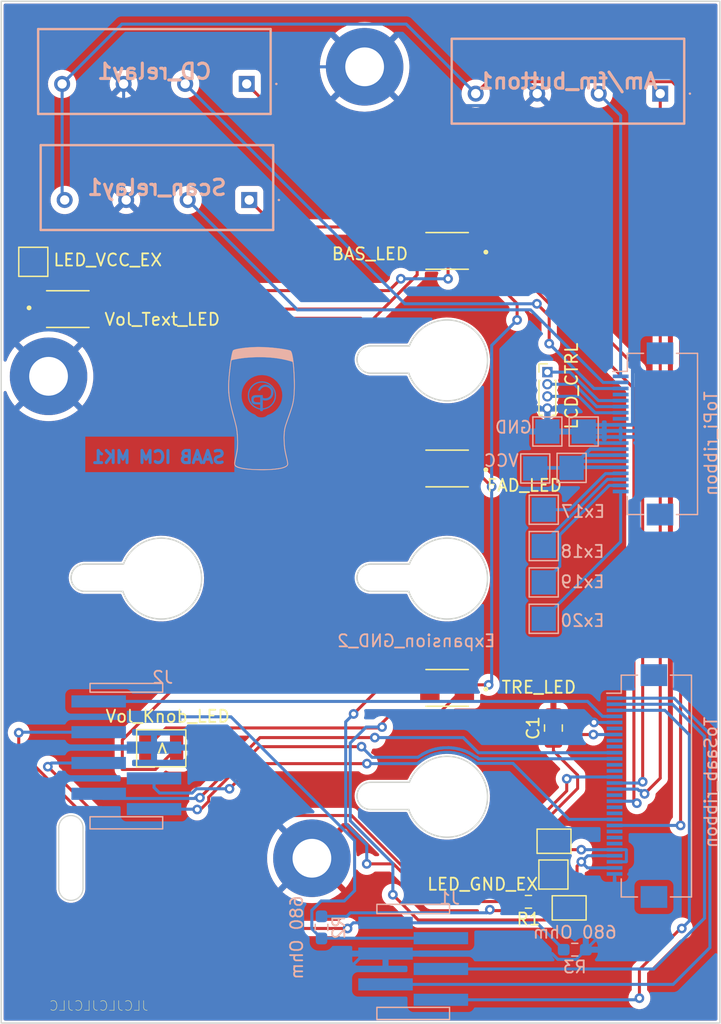
<source format=kicad_pcb>
(kicad_pcb (version 20221018) (generator pcbnew)
  (layers (0 "F.Cu" signal) (31 "B.Cu" signal) (34 "B.Paste" user) (35 "F.Paste" user) (36 "B.SilkS" user "B.Silkscreen") (37 "F.SilkS" user "F.Silkscreen") (38 "B.Mask" user) (39 "F.Mask" user) (44 "Edge.Cuts" user))
  (net 0 "")
  (net 1 "GND")
  (net 2 "16")
  (net 3 "LED_Feed")
  (net 4 "VCC")
  (net 5 "AMFM_button")
  (net 6 "Net-(BAS_LED1-A)")
  (net 7 "15")
  (net 8 "CD_button")
  (net 9 "Net-(Expansion_17-Pin_1)")
  (net 10 "Net-(Expansion_18-Pin_1)")
  (net 11 "Net-(Expansion_19-Pin_1)")
  (net 12 "Net-(Expansion_20-Pin_1)")
  (net 13 "Net-(BAS_LED1-K)")
  (net 14 "Net-(Expansion_LED_GND1-Pin_1)")
  (net 15 "TRE")
  (net 16 "BAS")
  (net 17 "FAD")
  (net 18 "Bal_Center")
  (net 19 "Net-(J1-Pin_5)")
  (net 20 "Vol_buttonB")
  (net 21 "18")
  (net 22 "SCAN_button")
  (net 24 "/SCREEN_RST")
  (net 25 "/SCREEN_CLK")
  (net 26 "/SCREEN_DIO")
  (net 28 "Net-(J1-Pin_6)")
  (net 30 "BTFR_BALL_CON")
  (net 32 "Vol_encA")
  (net 33 "Vol_encB")
  (net 36 "Net-(J2-Pin_4)")
  (net 37 "17")
  (net 38 "19")
  (net 39 "20")
  (net 40 "LED_GND")
  (net 41 "22")
  (footprint "CPlib:LED_OF-SMD3528WC" (layer "F.Cu") (at 136.822 120.6 180)
    (fp_text reference "BAS_LED")
    (fp_text value "LED_Small" hide)
  )
  (footprint "MountingHole:MountingHole_3.2mm_M3_Pad" (layer "F.Cu") (at 130.01 105.413)
    (fp_text reference "M3_1" hide)
    (fp_text value "MountingHole_Pad")
  )
  (footprint "Jumper:SolderJumper-2_P1.3mm_Bridged2Bar_Pad1.0x1.5mm" (layer "F.Cu") (at 145.65 169.3 180)
    (fp_text reference "JP1" hide)
    (fp_text value "SolderJumper_2_Bridged" hide)
  )
  (footprint "CPlib:SaabBTR" (layer "F.Cu") (at 136.822 147.633)
    (fp_text reference "BTR_3" hide)
    (fp_text value "MountingHole_Pad")
    (fp_line (start -6.315603 -1.194789) (end -3.115603 -1.194789) (stroke (width 0.12)) (layer "Edge.Cuts"))
    (fp_line (start -3.165603 1.055211) (end -6.315603 1.055211) (stroke (width 0.12)) (layer "Edge.Cuts"))
    (fp_arc (start -6.315603 1.055211) (mid -7.440603 -0.069789) (end -6.315603 -1.194789) (stroke (width 0.12)) (layer "Edge.Cuts"))
    (fp_arc (start -3.115941 -1.193908) (mid 3.336027 0.07366) (end -3.165602 1.05521) (stroke (width 0.12)) (layer "Edge.Cuts"))
  )
  (footprint "CPlib:LED_OF-SMD3528WC" (layer "F.Cu") (at 136.822 156.65 180)
    (fp_text reference "TRE_LED")
    (fp_text value "LED_Small")
  )
  (footprint "Connector_PinHeader_1.00mm:PinHeader_1x04_P1.00mm_Vertical" (layer "F.Cu") (at 145.1 130.6)
    (fp_text reference "LCD_CTRL")
    (fp_text value "Conn_01x04_Pin" hide)
  )
  (footprint "Capacitor_SMD:C_0805_2012Metric_Pad1.18x1.45mm_HandSolder" (layer "F.Cu") (at 145.6 159.9625 90)
    (fp_text reference "C1")
    (fp_text value "C")
  )
  (footprint "Resistor_SMD:R_0603_1608Metric_Pad0.98x0.95mm_HandSolder" (layer "F.Cu") (at 143.5375 174.3 180)
    (fp_text reference "R1")
    (fp_text value "R" hide)
  )
  (footprint "CPlib:SaabBTR" (layer "F.Cu") (at 136.822 129.633)
    (fp_text reference "BTR_2" hide)
    (fp_text value "MountingHole_Pad" hide)
    (fp_line (start -6.315603 -1.194789) (end -3.115603 -1.194789) (stroke (width 0.12)) (layer "Edge.Cuts"))
    (fp_line (start -3.165603 1.055211) (end -6.315603 1.055211) (stroke (width 0.12)) (layer "Edge.Cuts"))
    (fp_arc (start -6.315603 1.055211) (mid -7.440603 -0.069789) (end -6.315603 -1.194789) (stroke (width 0.12)) (layer "Edge.Cuts"))
    (fp_arc (start -3.115941 -1.193908) (mid 3.336027 0.07366) (end -3.165602 1.05521) (stroke (width 0.12)) (layer "Edge.Cuts"))
  )
  (footprint "Jumper:SolderJumper-2_P1.3mm_Bridged2Bar_Pad1.0x1.5mm" (layer "F.Cu") (at 146.9 174.8)
    (fp_text reference "JP2" hide)
    (fp_text value "SolderJumper_2_Bridged" hide)
  )
  (footprint "TestPoint:TestPoint_Pad_2.0x2.0mm" (layer "F.Cu") (at 102.65 121.5)
    (fp_text reference "LED_VCC_EX")
    (fp_text value "Conn_01x01_Pin" hide)
  )
  (footprint "CPlib:LED_OF-SMD3528WC" (layer "F.Cu") (at 105.5 125.4)
    (fp_text reference "Vol_Text_LED")
    (fp_text value "LED_Small" hide)
  )
  (footprint "CPlib:Songxin_1210_side" (layer "F.Cu") (at 113.213 161.633)
    (fp_text reference "Vol_Knob_LED")
    (fp_text value "LED_Small")
  )
  (footprint "TestPoint:TestPoint_Pad_2.0x2.0mm" (layer "F.Cu") (at 145.6 172.05)
    (fp_text reference "LED_GND_EX")
    (fp_text value "Conn_01x01_Pin" hide)
  )
  (footprint "MountingHole:MountingHole_3.2mm_M3_Pad" (layer "F.Cu") (at 125.656 170.706)
    (fp_text reference "M3_3" hide)
    (fp_text value "MountingHole_Pad" hide)
  )
  (footprint "CPlib:LED_OF-SMD3528WC" (layer "F.Cu") (at 136.822 138.55 180)
    (fp_text reference "FAD_LED")
    (fp_text value "LED_Small" hide)
  )
  (footprint "MountingHole:MountingHole_3.2mm_M3_Pad" (layer "F.Cu") (at 103.909 130.945)
    (fp_text reference "M3_2" hide)
    (fp_text value "MountingHole_Pad" hide)
  )
  (footprint "CPlib:SaabBTR" (layer "F.Cu") (at 113.213 147.633)
    (fp_text reference "BTR_1" hide)
    (fp_text value "MountingHole_Pad")
    (fp_line (start -6.315603 -1.194789) (end -3.115603 -1.194789) (stroke (width 0.12)) (layer "Edge.Cuts"))
    (fp_line (start -3.165603 1.055211) (end -6.315603 1.055211) (stroke (width 0.12)) (layer "Edge.Cuts"))
    (fp_arc (start -6.315603 1.055211) (mid -7.440603 -0.069789) (end -6.315603 -1.194789) (stroke (width 0.12)) (layer "Edge.Cuts"))
    (fp_arc (start -3.115941 -1.193908) (mid 3.336027 0.07366) (end -3.165602 1.05521) (stroke (width 0.12)) (layer "Edge.Cuts"))
  )
  (footprint "CPlib:SaabBTR" (layer "F.Cu") (at 136.822 165.633)
    (fp_text reference "VOL_1" hide)
    (fp_text value "MountingHole_Pad")
    (fp_line (start -6.315603 -1.194789) (end -3.115603 -1.194789) (stroke (width 0.12)) (layer "Edge.Cuts"))
    (fp_line (start -3.165603 1.055211) (end -6.315603 1.055211) (stroke (width 0.12)) (layer "Edge.Cuts"))
    (fp_arc (start -6.315603 1.055211) (mid -7.440603 -0.069789) (end -6.315603 -1.194789) (stroke (width 0.12)) (layer "Edge.Cuts"))
    (fp_arc (start -3.115941 -1.193908) (mid 3.336027 0.07366) (end -3.165602 1.05521) (stroke (width 0.12)) (layer "Edge.Cuts"))
  )
  (footprint "Resistor_SMD:R_0603_1608Metric_Pad0.98x0.95mm_HandSolder" (layer "B.Cu") (at 147.3625 178.25)
    (fp_text reference "R3")
    (fp_text value "680 Ohm")
  )
  (footprint "TestPoint:TestPoint_Pad_2.0x2.0mm" (layer "B.Cu") (at 144.8 150.95 180)
    (fp_text reference "Ex20")
    (fp_text value "Conn_01x01_Pin" hide)
  )
  (footprint "Connector_FFC-FPC:Hirose_FH12-30S-0.5SH_1x30-1MP_P0.50mm_Horizontal" (layer "B.Cu") (at 152.5 164.75 -90)
    (fp_text reference "ToSaab_ribbon")
    (fp_text value "Conn_01x30" hide)
  )
  (footprint "TestPoint:TestPoint_Pad_2.0x2.0mm" (layer "B.Cu") (at 145.1 135.5 180)
    (fp_text reference "Expansion_GND_2")
    (fp_text value "Conn_01x01_Pin" hide)
  )
  (footprint "TestPoint:TestPoint_Pad_2.0x2.0mm" (layer "B.Cu") (at 147.1 138.5 180)
    (fp_text reference "VCC")
    (fp_text value "Conn_01x01_Pin" hide)
  )
  (footprint "CPlib:SIP1A05" (layer "B.Cu") (at 120.27 106.825 180)
    (fp_text reference "CD_relay1")
    (fp_text value "SIP-1A05" hide)
  )
  (footprint "TestPoint:TestPoint_Pad_2.0x2.0mm" (layer "B.Cu") (at 144.8 141.95 180)
    (fp_text reference "Ex17")
    (fp_text value "Conn_01x01_Pin" hide)
  )
  (footprint "TestPoint:TestPoint_Pad_2.0x2.0mm" (layer "B.Cu") (at 144.1 138.55 180)
    (fp_text reference "Expansion_VCC_2" hide)
    (fp_text value "Conn_01x01_Pin" hide)
  )
  (footprint "CPlib:SIP1A05" (layer "B.Cu") (at 154.42 107.625 180)
    (fp_text reference "Am/fm_button1")
    (fp_text value "SIP-1A05" hide)
  )
  (footprint "CPlib:SIP1A05" (layer "B.Cu") (at 120.48 116.4 180)
    (fp_text reference "Scan_relay1")
    (fp_text value "SIP-1A05" hide)
  )
  (footprint "Connector_FFC-FPC:Hirose_FH12-20S-0.5SH_1x20-1MP_P0.50mm_Horizontal" (layer "B.Cu") (at 153 135.7 -90)
    (fp_text reference "ToPi_ribbon")
    (fp_text value "Conn_01x20" hide)
  )
  (footprint "TestPoint:TestPoint_Pad_2.0x2.0mm" (layer "B.Cu") (at 144.8 144.95 180)
    (fp_text reference "Ex18")
    (fp_text value "Conn_01x01_Pin" hide)
  )
  (footprint "CPlib:SaabConnector_8" (layer "B.Cu") (at 113.334104 156.283 180)
    (fp_text reference "J2")
    (fp_text value "Conn_01x08" hide)
  )
  (footprint "Resistor_SMD:R_0603_1608Metric_Pad0.98x0.95mm_HandSolder" (layer "B.Cu") (at 126.45 176.4125 90)
    (fp_text reference "R2")
    (fp_text value "680 Ohm")
  )
  (footprint "TestPoint:TestPoint_Pad_2.0x2.0mm" (layer "B.Cu") (at 144.8 147.95 180)
    (fp_text reference "Ex19")
    (fp_text value "Conn_01x01_Pin" hide)
  )
  (footprint "TestPoint:TestPoint_Pad_2.0x2.0mm" (layer "B.Cu") (at 148.1 135.5 180)
    (fp_text reference "GND")
    (fp_text value "Conn_01x01_Pin" hide)
  )
  (footprint "CPlib:SaabConnector_6" (layer "B.Cu") (at 137.02183 174.508471 180)
    (fp_text reference "J1")
    (fp_text value "Conn_01x06" hide)
  )
  (footprint "CPlib:CPlogo2(50)" (layer "B.Cu") (at 121.7 132.75 180)
    (fp_text reference "Ref**" hide)
    (fp_text value "Val**" hide)
  )
  (gr_line (start 106.754 173.183) (end 106.754 168.183) (stroke (width 0.1)) (layer "Edge.Cuts"))
  (gr_arc (start 104.754 168.183) (mid 105.754 167.183) (end 106.754 168.183) (stroke (width 0.1)) (layer "Edge.Cuts"))
  (gr_rect (start 100 100) (end 159.344 184.3) (stroke (width 0.1)) (fill none) (layer "Edge.Cuts"))
  (gr_arc (start 106.754 173.183) (mid 105.754 174.183) (end 104.754 173.183) (stroke (width 0.1)) (layer "Edge.Cuts"))
  (gr_line (start 104.754 173.183) (end 104.754 168.183) (stroke (width 0.1)) (layer "Edge.Cuts"))
  (gr_text "SAAB ICM MK1" (at 118.6 138.2) (layer "B.Cu") (effects (font (size 1 1) (thickness 0.25) bold) (justify left bottom mirror)))
  (gr_text "JLCJLCJLCJLC" (at 112.2 183.35) (layer "F.SilkS") (effects (font (size 0.8 0.8) (thickness 0.0375) bold) (justify left bottom mirror)))
  (segment (start 146.175 159.5) (end 145.6 158.925) (width 0.25) (layer "F.Cu") (net 1))
  (segment (start 148.95 159.5) (end 146.175 159.5) (width 0.25) (layer "F.Cu") (net 1))
  (via (at 148.95 159.5) (size 0.8) (drill 0.4) (layers "F.Cu" "B.Cu") (net 1))
  (segment (start 130.01 105.413) (end 133.21 108.613) (width 0.25) (layer "B.Cu") (net 1))
  (segment (start 122.400499 182.350499) (end 122.400499 173.961501) (width 0.25) (layer "B.Cu") (net 1))
  (segment (start 107.42 119.3) (end 110.32 116.4) (width 0.25) (layer "B.Cu") (net 1))
  (segment (start 149.743356 106.6) (end 145.285 106.6) (width 0.3) (layer "B.Cu") (net 1))
  (segment (start 145.1 133.6) (end 145.1 135.5) (width 0.25) (layer "B.Cu") (net 1))
  (segment (start 116.527 161.577) (end 125.656 170.706) (width 0.25) (layer "B.Cu") (net 1))
  (segment (start 151.15 134.95) (end 148.65 134.95) (width 0.3) (layer "B.Cu") (net 1))
  (segment (start 100.7 127.736) (end 100.7 120.55) (width 0.25) (layer "B.Cu") (net 1))
  (segment (start 151.15 135.45) (end 148.15 135.45) (width 0.3) (layer "B.Cu") (net 1))
  (segment (start 145.489476 178.572471) (end 145.967005 179.05) (width 0.25) (layer "B.Cu") (net 1))
  (segment (start 101.95 119.3) (end 107.42 119.3) (width 0.25) (layer "B.Cu") (net 1))
  (segment (start 122.400499 173.961501) (end 125.656 170.706) (width 0.25) (layer "B.Cu") (net 1))
  (segment (start 150.65 175.875) (end 148.275 178.25) (width 0.25) (layer "B.Cu") (net 1))
  (segment (start 147.475 179.05) (end 148.275 178.25) (width 0.25) (layer "B.Cu") (net 1))
  (segment (start 112.620104 161.577) (end 116.527 161.577) (width 0.25) (layer "B.Cu") (net 1))
  (segment (start 152.15 109.006644) (end 149.743356 106.6) (width 0.3) (layer "B.Cu") (net 1))
  (segment (start 145.285 106.6) (end 144.26 107.625) (width 0.3) (layer "B.Cu") (net 1))
  (segment (start 123.075 183.025) (end 122.400499 182.350499) (width 0.25) (layer "B.Cu") (net 1))
  (segment (start 150.65 172) (end 150.65 175.875) (width 0.25) (layer "B.Cu") (net 1))
  (segment (start 133.21 108.613) (end 143.272 108.613) (width 0.25) (layer "B.Cu") (net 1))
  (segment (start 110.11 106.825) (end 111.522 105.413) (width 0.25) (layer "B.Cu") (net 1))
  (segment (start 111.522 105.413) (end 130.01 105.413) (width 0.25) (layer "B.Cu") (net 1))
  (segment (start 145.967005 179.05) (end 147.475 179.05) (width 0.25) (layer "B.Cu") (net 1))
  (segment (start 143.272 108.613) (end 144.26 107.625) (width 0.25) (layer "B.Cu") (net 1))
  (segment (start 149.05 136.45) (end 148.1 135.5) (width 0.3) (layer "B.Cu") (net 1))
  (segment (start 129.98583 178.572471) (end 125.533301 183.025) (width 0.25) (layer "B.Cu") (net 1))
  (segment (start 103.909 130.945) (end 100.7 127.736) (width 0.25) (layer "B.Cu") (net 1))
  (segment (start 152.1 134.95) (end 152.15 134.9) (width 0.3) (layer "B.Cu") (net 1))
  (segment (start 151.15 136.45) (end 149.05 136.45) (width 0.3) (layer "B.Cu") (net 1))
  (segment (start 152.15 134.9) (end 152.15 109.006644) (width 0.3) (layer "B.Cu") (net 1))
  (segment (start 100.7 120.55) (end 101.95 119.3) (width 0.25) (layer "B.Cu") (net 1))
  (segment (start 151.15 134.95) (end 152.1 134.95) (width 0.3) (layer "B.Cu") (net 1))
  (segment (start 110.11 106.825) (end 110.11 116.19) (width 0.25) (layer "B.Cu") (net 1))
  (segment (start 151.15 135.95) (end 148.55 135.95) (width 0.3) (layer "B.Cu") (net 1))
  (segment (start 150.65 159.5) (end 148.95 159.5) (width 0.25) (layer "B.Cu") (net 1))
  (segment (start 125.533301 183.025) (end 123.075 183.025) (width 0.25) (layer "B.Cu") (net 1))
  (segment (start 148.1 135.5) (end 145.1 135.5) (width 0.3) (layer "B.Cu") (net 1))
  (segment (start 131.73583 178.572471) (end 145.489476 178.572471) (width 0.25) (layer "B.Cu") (net 1))
  (segment (start 154.42 107.625) (end 154.42 164.098383) (width 0.25) (layer "F.Cu") (net 2))
  (segment (start 154.42 164.098383) (end 153.1255 165.392883) (width 0.25) (layer "F.Cu") (net 2))
  (via (at 153.1255 165.392883) (size 0.8) (drill 0.4) (layers "F.Cu" "B.Cu") (net 2))
  (segment (start 152.857117 165.1245) (end 153.1255 165.392883) (width 0.25) (layer "B.Cu") (net 2))
  (segment (start 152.545902 165) (end 152.670402 165.1245) (width 0.25) (layer "B.Cu") (net 2))
  (segment (start 150.65 165) (end 152.545902 165) (width 0.25) (layer "B.Cu") (net 2))
  (segment (start 152.670402 165.1245) (end 152.857117 165.1245) (width 0.25) (layer "B.Cu") (net 2))
  (segment (start 147.9 170) (end 147 170) (width 0.25) (layer "F.Cu") (net 3))
  (segment (start 147 170) (end 146.3 169.3) (width 0.25) (layer "F.Cu") (net 3))
  (via (at 147.9 170) (size 0.8) (drill 0.4) (layers "F.Cu" "B.Cu") (net 3))
  (segment (start 151.6 171) (end 151.625 170.975) (width 0.25) (layer "B.Cu") (net 3))
  (segment (start 151.6 170) (end 150.65 170) (width 0.25) (layer "B.Cu") (net 3))
  (segment (start 151.625 170.975) (end 151.625 170.025) (width 0.25) (layer "B.Cu") (net 3))
  (segment (start 150.65 170) (end 147.9 170) (width 0.25) (layer "B.Cu") (net 3))
  (segment (start 150.65 171) (end 151.6 171) (width 0.25) (layer "B.Cu") (net 3))
  (segment (start 151.625 170.025) (end 151.6 170) (width 0.25) (layer "B.Cu") (net 3))
  (segment (start 151.15 136.95) (end 148.65 136.95) (width 0.3) (layer "B.Cu") (net 4))
  (segment (start 148.65 136.95) (end 147.1 138.5) (width 0.3) (layer "B.Cu") (net 4))
  (segment (start 151.15 137.45) (end 148.15 137.45) (width 0.3) (layer "B.Cu") (net 4))
  (segment (start 151.15 137.95) (end 147.65 137.95) (width 0.3) (layer "B.Cu") (net 4))
  (segment (start 147.1 138.5) (end 144.15 138.5) (width 0.3) (layer "B.Cu") (net 4))
  (segment (start 151.15 138.45) (end 147.15 138.45) (width 0.3) (layer "B.Cu") (net 4))
  (segment (start 148.15 137.45) (end 147.1 138.5) (width 0.3) (layer "B.Cu") (net 4))
  (segment (start 151.15 130.95) (end 151.15 109.435) (width 0.25) (layer "B.Cu") (net 5))
  (segment (start 151.15 109.435) (end 149.34 107.625) (width 0.25) (layer "B.Cu") (net 5))
  (segment (start 131.3 156.65) (end 135.397 156.65) (width 0.25) (layer "F.Cu") (net 6))
  (segment (start 135.397 156.65) (end 129.047566 150.300566) (width 0.25) (layer "F.Cu") (net 6))
  (segment (start 129.047566 150.300566) (end 129.047566 144.899434) (width 0.25) (layer "F.Cu") (net 6))
  (segment (start 129.049501 132.202501) (end 129.049501 127.875097) (width 0.25) (layer "F.Cu") (net 6))
  (segment (start 131.25 156.65) (end 131.3 156.65) (width 0.25) (layer "F.Cu") (net 6))
  (segment (start 134.347499 122.577099) (end 134.347499 121.649501) (width 0.25) (layer "F.Cu") (net 6))
  (segment (start 131.524598 125.4) (end 106.925 125.4) (width 0.25) (layer "F.Cu") (net 6))
  (segment (start 114.301 156.65) (end 131.3 156.65) (width 0.25) (layer "F.Cu") (net 6))
  (segment (start 114.483 161.633) (end 112.733 163.383) (width 0.25) (layer "F.Cu") (net 6))
  (segment (start 129.1 158.8) (end 131.25 156.65) (width 0.25) (layer "F.Cu") (net 6))
  (segment (start 135.397 138.55) (end 129.049501 132.202501) (width 0.25) (layer "F.Cu") (net 6))
  (segment (start 135.494049 174.276501) (end 132.388196 171.170648) (width 0.25) (layer "F.Cu") (net 6))
  (segment (start 110 160.951) (end 114.301 156.65) (width 0.25) (layer "F.Cu") (net 6))
  (segment (start 142.601501 174.276501) (end 135.494049 174.276501) (width 0.25) (layer "F.Cu") (net 6))
  (segment (start 112.733 163.383) (end 110 163.383) (width 0.25) (layer "F.Cu") (net 6))
  (segment (start 129.049501 127.875097) (end 134.347499 122.577099) (width 0.25) (layer "F.Cu") (net 6))
  (segment (start 129.047566 144.899434) (end 135.397 138.55) (width 0.25) (layer "F.Cu") (net 6))
  (segment (start 110 163.383) (end 110 160.951) (width 0.25) (layer "F.Cu") (net 6))
  (segment (start 134.347499 122.577099) (end 131.524598 125.4) (width 0.25) (layer "F.Cu") (net 6))
  (segment (start 134.347499 121.649501) (end 135.397 120.6) (width 0.25) (layer "F.Cu") (net 6))
  (segment (start 132.388196 171.170648) (end 130.18439 171.170648) (width 0.25) (layer "F.Cu") (net 6))
  (via (at 130.18439 171.170648) (size 0.8) (drill 0.4) (layers "F.Cu" "B.Cu") (net 6))
  (via (at 129.1 158.8) (size 0.8) (drill 0.4) (layers "F.Cu" "B.Cu") (net 6))
  (segment (start 129.1 158.8) (end 128.446998 159.453002) (width 0.25) (layer "B.Cu") (net 6))
  (segment (start 128.446998 167.876205) (end 130.18439 169.613597) (width 0.25) (layer "B.Cu") (net 6))
  (segment (start 128.446998 159.453002) (end 128.446998 167.876205) (width 0.25) (layer "B.Cu") (net 6))
  (segment (start 130.18439 169.613597) (end 130.18439 171.170648) (width 0.25) (layer "B.Cu") (net 6))
  (segment (start 120.27 106.825) (end 130.795499 117.350499) (width 0.25) (layer "F.Cu") (net 7))
  (segment (start 130.795499 117.350499) (end 139.586189 117.350499) (width 0.25) (layer "F.Cu") (net 7))
  (segment (start 152.6245 131.69181) (end 152.9705 132.03781) (width 0.25) (layer "F.Cu") (net 7))
  (segment (start 152.9705 132.03781) (end 152.9705 164.4) (width 0.25) (layer "F.Cu") (net 7))
  (segment (start 139.586189 117.350499) (end 152.6245 130.38881) (width 0.25) (layer "F.Cu") (net 7))
  (segment (start 152.6245 130.38881) (end 152.6245 131.69181) (width 0.25) (layer "F.Cu") (net 7))
  (via (at 152.9705 164.4) (size 0.8) (drill 0.4) (layers "F.Cu" "B.Cu") (net 7))
  (segment (start 150.65 164.5) (end 152.8705 164.5) (width 0.25) (layer "B.Cu") (net 7))
  (segment (start 152.8705 164.5) (end 152.9705 164.4) (width 0.25) (layer "B.Cu") (net 7))
  (segment (start 145.25 128.25) (end 145.25 125.977598) (width 0.25) (layer "F.Cu") (net 8))
  (segment (start 145.25 125.977598) (end 144.236201 124.963799) (width 0.25) (layer "F.Cu") (net 8))
  (via (at 144.236201 124.963799) (size 0.8) (drill 0.4) (layers "F.Cu" "B.Cu") (net 8))
  (via (at 145.25 128.25) (size 0.8) (drill 0.4) (layers "F.Cu" "B.Cu") (net 8))
  (segment (start 151.15 131.95) (end 148.95 131.95) (width 0.25) (layer "B.Cu") (net 8))
  (segment (start 133.328799 124.963799) (end 144.236201 124.963799) (width 0.25) (layer "B.Cu") (net 8))
  (segment (start 115.19 106.825) (end 133.328799 124.963799) (width 0.25) (layer "B.Cu") (net 8))
  (segment (start 148.95 131.95) (end 145.25 128.25) (width 0.25) (layer "B.Cu") (net 8))
  (segment (start 149.903413 138.974501) (end 151.125499 138.974501) (width 0.25) (layer "B.Cu") (net 9))
  (segment (start 144.8 141.95) (end 146.927914 141.95) (width 0.25) (layer "B.Cu") (net 9))
  (segment (start 146.927914 141.95) (end 149.903413 138.974501) (width 0.25) (layer "B.Cu") (net 9))
  (segment (start 144.8 144.71431) (end 150.06431 139.45) (width 0.25) (layer "B.Cu") (net 10))
  (segment (start 150.06431 139.45) (end 151.15 139.45) (width 0.25) (layer "B.Cu") (net 10))
  (segment (start 150.2 139.95) (end 146.125 144.025) (width 0.25) (layer "B.Cu") (net 11))
  (segment (start 146.125 146.625) (end 144.8 147.95) (width 0.25) (layer "B.Cu") (net 11))
  (segment (start 151.15 139.95) (end 150.2 139.95) (width 0.25) (layer "B.Cu") (net 11))
  (segment (start 146.125 144.025) (end 146.125 146.625) (width 0.25) (layer "B.Cu") (net 11))
  (segment (start 151.15 144.6) (end 151.15 140.45) (width 0.25) (layer "B.Cu") (net 12))
  (segment (start 144.8 150.95) (end 151.15 144.6) (width 0.25) (layer "B.Cu") (net 12))
  (segment (start 131.45 159.883) (end 131.45 159.55) (width 0.25) (layer "F.Cu") (net 13))
  (segment (start 104.075 125.4) (end 104.075 122.925) (width 0.25) (layer "F.Cu") (net 13))
  (segment (start 139 138.55) (end 140.5 140.05) (width 0.25) (layer "F.Cu") (net 13))
  (segment (start 136.247 158.65) (end 138.247 156.65) (width 0.25) (layer "F.Cu") (net 13))
  (segment (start 111.943 161.633) (end 113.62 159.956) (width 0.25) (layer "F.Cu") (net 13))
  (segment (start 142.6 124.953) (end 138.247 120.6) (width 0.25) (layer "F.Cu") (net 13))
  (segment (start 145.5 175.8) (end 134.427767 175.8) (width 0.25) (layer "F.Cu") (net 13))
  (segment (start 104.075 125.4) (end 105.6 123.875) (width 0.25) (layer "F.Cu") (net 13))
  (segment (start 136.9 122.9) (end 136.9 121.947) (width 0.25) (layer "F.Cu") (net 13))
  (segment (start 136.9 121.947) (end 138.247 120.6) (width 0.25) (layer "F.Cu") (net 13))
  (segment (start 131.377 159.956) (end 131.45 159.883) (width 0.25) (layer "F.Cu") (net 13))
  (segment (start 113.62 159.956) (end 131.377 159.956) (width 0.25) (layer "F.Cu") (net 13))
  (segment (start 146.25 175.05) (end 145.5 175.8) (width 0.25) (layer "F.Cu") (net 13))
  (segment (start 105.6 123.875) (end 132.025 123.875) (width 0.25) (layer "F.Cu") (net 13))
  (segment (start 131.45 159.55) (end 132.35 158.65) (width 0.25) (layer "F.Cu") (net 13))
  (segment (start 140.25 156.4) (end 138.497 156.4) (width 0.25) (layer "F.Cu") (net 13))
  (segment (start 134.427767 175.8) (end 132.34094 173.713173) (width 0.25) (layer "F.Cu") (net 13))
  (segment (start 132.35 158.65) (end 136.247 158.65) (width 0.25) (layer "F.Cu") (net 13))
  (segment (start 132.025 123.875) (end 133 122.9) (width 0.25) (layer "F.Cu") (net 13))
  (segment (start 142.6 126.3) (end 142.6 124.953) (width 0.25) (layer "F.Cu") (net 13))
  (segment (start 138.247 138.55) (end 139 138.55) (width 0.25) (layer "F.Cu") (net 13))
  (segment (start 104.075 122.925) (end 102.65 121.5) (width 0.25) (layer "F.Cu") (net 13))
  (via (at 142.6 126.3) (size 0.8) (drill 0.4) (layers "F.Cu" "B.Cu") (net 13))
  (via (at 140.25 156.4) (size 0.8) (drill 0.4) (layers "F.Cu" "B.Cu") (net 13))
  (via (at 136.9 122.9) (size 0.8) (drill 0.4) (layers "F.Cu" "B.Cu") (net 13))
  (via (at 140.5 140.05) (size 0.8) (drill 0.4) (layers "F.Cu" "B.Cu") (net 13))
  (via (at 132.34094 173.713173) (size 0.8) (drill 0.4) (layers "F.Cu" "B.Cu") (net 13))
  (via (at 133 122.9) (size 0.8) (drill 0.4) (layers "F.Cu" "B.Cu") (net 13))
  (via (at 131.45 159.883) (size 0.8) (drill 0.4) (layers "F.Cu" "B.Cu") (net 13))
  (segment (start 128.823499 167.617016) (end 132.34094 171.134457) (width 0.25) (layer "B.Cu") (net 13))
  (segment (start 132.34094 171.134457) (end 132.34094 173.713173) (width 0.25) (layer "B.Cu") (net 13))
  (segment (start 140.25 156.4) (end 140.5 156.15) (width 0.25) (layer "B.Cu") (net 13))
  (segment (start 131.45 159.883) (end 130.134547 159.883) (width 0.25) (layer "B.Cu") (net 13))
  (segment (start 140.5 156.15) (end 140.5 140.05) (width 0.25) (layer "B.Cu") (net 13))
  (segment (start 128.823499 161.194048) (end 128.823499 167.617016) (width 0.25) (layer "B.Cu") (net 13))
  (segment (start 140.5 128.4) (end 140.5 140.05) (width 0.25) (layer "B.Cu") (net 13))
  (segment (start 142.6 126.3) (end 140.5 128.4) (width 0.25) (layer "B.Cu") (net 13))
  (segment (start 130.134547 159.883) (end 128.823499 161.194048) (width 0.25) (layer "B.Cu") (net 13))
  (segment (start 133 122.9) (end 136.9 122.9) (width 0.25) (layer "B.Cu") (net 13))
  (segment (start 145 169.3) (end 145 171.45) (width 0.25) (layer "F.Cu") (net 14))
  (segment (start 144.45 174.3) (end 145.6 173.15) (width 0.25) (layer "F.Cu") (net 14))
  (segment (start 145.6 173.15) (end 145.6 172.05) (width 0.25) (layer "F.Cu") (net 14))
  (segment (start 152.7 179.9) (end 156.1 176.5) (width 0.25) (layer "F.Cu") (net 15))
  (segment (start 152.7 182.25) (end 152.7 179.9) (width 0.25) (layer "F.Cu") (net 15))
  (segment (start 156.1 176.5) (end 156.2 176.5) (width 0.25) (layer "F.Cu") (net 15))
  (via (at 156.2 176.5) (size 0.8) (drill 0.4) (layers "F.Cu" "B.Cu") (net 15))
  (via (at 152.7 182.25) (size 0.8) (drill 0.4) (layers "F.Cu" "B.Cu") (net 15))
  (segment (start 156.8245 175.8755) (end 156.2 176.5) (width 0.25) (layer "B.Cu") (net 15))
  (segment (start 152.567529 182.382471) (end 136.30783 182.382471) (width 0.25) (layer "B.Cu") (net 15))
  (segment (start 156.8245 160.5245) (end 156.8245 175.8755) (width 0.25) (layer "B.Cu") (net 15))
  (segment (start 150.65 158.5) (end 154.8 158.5) (width 0.25) (layer "B.Cu") (net 15))
  (segment (start 152.7 182.25) (end 152.567529 182.382471) (width 0.25) (layer "B.Cu") (net 15))
  (segment (start 154.8 158.5) (end 156.8245 160.5245) (width 0.25) (layer "B.Cu") (net 15))
  (segment (start 136.30783 179.842471) (end 153.882127 179.842471) (width 0.25) (layer "B.Cu") (net 16))
  (segment (start 155.424598 158) (end 150.65 158) (width 0.25) (layer "B.Cu") (net 16))
  (segment (start 158.0745 160.649902) (end 155.424598 158) (width 0.25) (layer "B.Cu") (net 16))
  (segment (start 158.0745 175.650098) (end 158.0745 160.649902) (width 0.25) (layer "B.Cu") (net 16))
  (segment (start 153.882127 179.842471) (end 158.0745 175.650098) (width 0.25) (layer "B.Cu") (net 16))
  (segment (start 155.560288 157.5) (end 158.524001 160.463713) (width 0.25) (layer "B.Cu") (net 17))
  (segment (start 150.65 157.5) (end 155.560288 157.5) (width 0.25) (layer "B.Cu") (net 17))
  (segment (start 158.524001 160.463713) (end 158.524001 178.075999) (width 0.25) (layer "B.Cu") (net 17))
  (segment (start 158.524001 178.075999) (end 155.487529 181.112471) (width 0.25) (layer "B.Cu") (net 17))
  (segment (start 155.487529 181.112471) (end 131.73583 181.112471) (width 0.25) (layer "B.Cu") (net 17))
  (segment (start 150.65 159) (end 149.65 159) (width 0.25) (layer "B.Cu") (net 18))
  (segment (start 148.417 157.767) (end 108.048104 157.767) (width 0.25) (layer "B.Cu") (net 18))
  (segment (start 149.65 159) (end 148.417 157.767) (width 0.25) (layer "B.Cu") (net 18))
  (segment (start 125.65 175) (end 126.419 174.231) (width 0.25) (layer "B.Cu") (net 19))
  (segment (start 112.620104 159.037) (end 118.972103 159.037) (width 0.25) (layer "B.Cu") (net 19))
  (segment (start 129.181 169.245897) (end 129.181 173.380502) (width 0.25) (layer "B.Cu") (net 19))
  (segment (start 126.45 177.325) (end 125.65 176.525) (width 0.25) (layer "B.Cu") (net 19))
  (segment (start 118.972103 159.037) (end 129.181 169.245897) (width 0.25) (layer "B.Cu") (net 19))
  (segment (start 136.30783 177.302471) (end 126.472529 177.302471) (width 0.25) (layer "B.Cu") (net 19))
  (segment (start 125.65 176.525) (end 125.65 175) (width 0.25) (layer "B.Cu") (net 19))
  (segment (start 128.330502 174.231) (end 129.181 173.380502) (width 0.25) (layer "B.Cu") (net 19))
  (segment (start 126.419 174.231) (end 128.330502 174.231) (width 0.25) (layer "B.Cu") (net 19))
  (segment (start 130.2 162.9) (end 120.924598 162.9) (width 0.25) (layer "F.Cu") (net 20))
  (segment (start 120.924598 162.9) (end 118.848682 164.975916) (width 0.25) (layer "F.Cu") (net 20))
  (via (at 130.2 162.9) (size 0.8) (drill 0.4) (layers "F.Cu" "B.Cu") (net 20))
  (via (at 118.848682 164.975916) (size 0.8) (drill 0.4) (layers "F.Cu" "B.Cu") (net 20))
  (segment (start 137.030507 161.969054) (end 136.628062 161.968254) (width 0.25) (layer "B.Cu") (net 20))
  (segment (start 135.453891 162.227673) (end 135.08925 162.397949) (width 0.25) (layer "B.Cu") (net 20))
  (segment (start 137.823054 162.102295) (end 137.430447 162.013916) (width 0.25) (layer "B.Cu") (net 20))
  (segment (start 134.377437 162.9) (end 130.2 162.9) (width 0.25) (layer "B.Cu") (net 20))
  (segment (start 134.745435 162.607134) (end 134.426608 162.852698) (width 0.25) (layer "B.Cu") (net 20))
  (segment (start 142.257011 162.876501) (end 139.24313 162.876501) (width 0.25) (layer "B.Cu") (net 20))
  (segment (start 113.077604 165.3245) (end 115.769704 165.3245) (width 0.25) (layer "B.Cu") (net 20))
  (segment (start 138.910576 162.615413) (end 138.567603 162.404866) (width 0.25) (layer "B.Cu") (net 20))
  (segment (start 116.118288 164.975916) (end 118.848682 164.975916) (width 0.25) (layer "B.Cu") (net 20))
  (segment (start 134.426608 162.852698) (end 134.377437 162.9) (width 0.25) (layer "B.Cu") (net 20))
  (segment (start 138.203641 162.23314) (end 137.823054 162.102295) (width 0.25) (layer "B.Cu") (net 20))
  (segment (start 112.620104 164.867) (end 113.077604 165.3245) (width 0.25) (layer "B.Cu") (net 20))
  (segment (start 139.24313 162.876501) (end 139.228429 162.862246) (width 0.25) (layer "B.Cu") (net 20))
  (segment (start 136.628062 161.968254) (end 136.227958 162.011523) (width 0.25) (layer "B.Cu") (net 20))
  (segment (start 139.228429 162.862246) (end 138.910576 162.615413) (width 0.25) (layer "B.Cu") (net 20))
  (segment (start 115.769704 165.3245) (end 116.118288 164.975916) (width 0.25) (layer "B.Cu") (net 20))
  (segment (start 137.430447 162.013916) (end 137.030507 161.969054) (width 0.25) (layer "B.Cu") (net 20))
  (segment (start 112.620104 164.117) (end 112.620104 164.867) (width 0.25) (layer "B.Cu") (net 20))
  (segment (start 150.65 167.5) (end 146.88051 167.5) (width 0.25) (layer "B.Cu") (net 20))
  (segment (start 135.834987 162.098345) (end 135.453891 162.227673) (width 0.25) (layer "B.Cu") (net 20))
  (segment (start 138.567603 162.404866) (end 138.203641 162.23314) (width 0.25) (layer "B.Cu") (net 20))
  (segment (start 146.88051 167.5) (end 142.257011 162.876501) (width 0.25) (layer "B.Cu") (net 20))
  (segment (start 135.08925 162.397949) (end 134.745435 162.607134) (width 0.25) (layer "B.Cu") (net 20))
  (segment (start 136.227958 162.011523) (end 135.834987 162.098345) (width 0.25) (layer "B.Cu") (net 20))
  (segment (start 152.246 165.920723) (end 152.487786 166.162509) (width 0.25) (layer "F.Cu") (net 21))
  (segment (start 120.48 116.4) (end 122.705499 118.625499) (width 0.25) (layer "F.Cu") (net 21))
  (segment (start 152.246 131.949) (end 152.246 165.920723) (width 0.25) (layer "F.Cu") (net 21))
  (segment (start 122.705499 118.625499) (end 138.922499 118.625499) (width 0.25) (layer "F.Cu") (net 21))
  (segment (start 138.922499 118.625499) (end 152.246 131.949) (width 0.25) (layer "F.Cu") (net 21))
  (via (at 152.487786 166.162509) (size 0.8) (drill 0.4) (layers "F.Cu" "B.Cu") (net 21))
  (segment (start 150.65 166) (end 152.325277 166) (width 0.25) (layer "B.Cu") (net 21))
  (segment (start 152.325277 166) (end 152.487786 166.162509) (width 0.25) (layer "B.Cu") (net 21))
  (segment (start 124.461799 125.461799) (end 115.4 116.4) (width 0.25) (layer "B.Cu") (net 22))
  (segment (start 151.15 131.45) (end 149.697804 131.45) (width 0.25) (layer "B.Cu") (net 22))
  (segment (start 143.709603 125.461799) (end 124.461799 125.461799) (width 0.25) (layer "B.Cu") (net 22))
  (segment (start 149.697804 131.45) (end 143.709603 125.461799) (width 0.25) (layer "B.Cu") (net 22))
  (segment (start 145.1 130.6) (end 146.96431 130.6) (width 0.25) (layer "B.Cu") (net 24))
  (segment (start 149.31431 132.95) (end 151.15 132.95) (width 0.25) (layer "B.Cu") (net 24))
  (segment (start 146.96431 130.6) (end 149.31431 132.95) (width 0.25) (layer "B.Cu") (net 24))
  (segment (start 149.17862 133.45) (end 147.32862 131.6) (width 0.25) (layer "B.Cu") (net 25))
  (segment (start 147.32862 131.6) (end 145.1 131.6) (width 0.25) (layer "B.Cu") (net 25))
  (segment (start 151.15 133.45) (end 149.17862 133.45) (width 0.25) (layer "B.Cu") (net 25))
  (segment (start 145.1 132.6) (end 147.69293 132.6) (width 0.25) (layer "B.Cu") (net 26))
  (segment (start 149.04293 133.95) (end 151.15 133.95) (width 0.25) (layer "B.Cu") (net 26))
  (segment (start 147.69293 132.6) (end 149.04293 133.95) (width 0.25) (layer "B.Cu") (net 26))
  (segment (start 101.45 160.35) (end 101.45 161.774598) (width 0.25) (layer "F.Cu") (net 28))
  (segment (start 116.175402 176.5) (end 128.6 176.5) (width 0.25) (layer "F.Cu") (net 28))
  (segment (start 101.45 161.774598) (end 116.175402 176.5) (width 0.25) (layer "F.Cu") (net 28))
  (via (at 128.6 176.5) (size 0.8) (drill 0.4) (layers "F.Cu" "B.Cu") (net 28))
  (via (at 101.45 160.35) (size 0.8) (drill 0.4) (layers "F.Cu" "B.Cu") (net 28))
  (segment (start 146.45 178.25) (end 144.232471 176.032471) (width 0.25) (layer "B.Cu") (net 28))
  (segment (start 129.067529 176.032471) (end 131.73583 176.032471) (width 0.25) (layer "B.Cu") (net 28))
  (segment (start 144.232471 176.032471) (end 131.73583 176.032471) (width 0.25) (layer "B.Cu") (net 28))
  (segment (start 101.493 160.307) (end 101.45 160.35) (width 0.25) (layer "B.Cu") (net 28))
  (segment (start 128.6 176.5) (end 129.067529 176.032471) (width 0.25) (layer "B.Cu") (net 28))
  (segment (start 108.048104 160.307) (end 101.493 160.307) (width 0.25) (layer "B.Cu") (net 28))
  (segment (start 143.4 169.146) (end 143.4 174.704758) (width 0.25) (layer "F.Cu") (net 30))
  (segment (start 145.6 161) (end 145.6 161.85) (width 0.25) (layer "F.Cu") (net 30))
  (segment (start 146.1 160.5) (end 145.6 161) (width 0.25) (layer "F.Cu") (net 30))
  (segment (start 143.4 174.704758) (end 143.077758 175.027) (width 0.25) (layer "F.Cu") (net 30))
  (segment (start 143.077758 175.027) (end 140.427 175.027) (width 0.25) (layer "F.Cu") (net 30))
  (segment (start 140.427 175.027) (end 140.35 174.95) (width 0.25) (layer "F.Cu") (net 30))
  (segment (start 147.6 163.85) (end 147.6 164.946) (width 0.25) (layer "F.Cu") (net 30))
  (segment (start 148.9 160.5) (end 146.1 160.5) (width 0.25) (layer "F.Cu") (net 30))
  (segment (start 147.6 164.946) (end 143.4 169.146) (width 0.25) (layer "F.Cu") (net 30))
  (segment (start 145.6 161.85) (end 147.6 163.85) (width 0.25) (layer "F.Cu") (net 30))
  (via (at 148.9 160.5) (size 0.8) (drill 0.4) (layers "F.Cu" "B.Cu") (net 30))
  (via (at 140.35 174.95) (size 0.8) (drill 0.4) (layers "F.Cu" "B.Cu") (net 30))
  (segment (start 140.092529 175.207471) (end 128.830029 175.207471) (width 0.25) (layer "B.Cu") (net 30))
  (segment (start 128.830029 175.207471) (end 128.5375 175.5) (width 0.25) (layer "B.Cu") (net 30))
  (segment (start 128.5375 175.5) (end 126.45 175.5) (width 0.25) (layer "B.Cu") (net 30))
  (segment (start 140.35 174.95) (end 140.092529 175.207471) (width 0.25) (layer "B.Cu") (net 30))
  (segment (start 150.65 160.5) (end 148.9 160.5) (width 0.25) (layer "B.Cu") (net 30))
  (segment (start 130.85 160.75) (end 121.368803 160.75) (width 0.25) (layer "F.Cu") (net 32))
  (segment (start 121.368803 160.75) (end 116.408569 165.710234) (width 0.25) (layer "F.Cu") (net 32))
  (via (at 116.408569 165.710234) (size 0.8) (drill 0.4) (layers "F.Cu" "B.Cu") (net 32))
  (via (at 130.85 160.75) (size 0.8) (drill 0.4) (layers "F.Cu" "B.Cu") (net 32))
  (segment (start 116.267895 165.56956) (end 116.408569 165.710234) (width 0.25) (layer "B.Cu") (net 32))
  (segment (start 115.955893 165.774001) (end 116.160334 165.56956) (width 0.25) (layer "B.Cu") (net 32))
  (segment (start 138.147009 160.75) (end 130.85 160.75) (width 0.25) (layer "B.Cu") (net 32))
  (segment (start 150.65 162) (end 139.397009 162) (width 0.25) (layer "B.Cu") (net 32))
  (segment (start 139.397009 162) (end 138.147009 160.75) (width 0.25) (layer "B.Cu") (net 32))
  (segment (start 116.160334 165.56956) (end 116.267895 165.56956) (width 0.25) (layer "B.Cu") (net 32))
  (segment (start 108.435105 165.774001) (end 115.955893 165.774001) (width 0.25) (layer "B.Cu") (net 32))
  (segment (start 108.048104 165.387) (end 108.435105 165.774001) (width 0.25) (layer "B.Cu") (net 32))
  (segment (start 116.458716 166.684685) (end 116.186195 166.684685) (width 0.25) (layer "F.Cu") (net 33))
  (segment (start 117.133069 165.666931) (end 117.133069 166.010332) (width 0.25) (layer "F.Cu") (net 33))
  (segment (start 121.3 161.5) (end 117.133069 165.666931) (width 0.25) (layer "F.Cu") (net 33))
  (segment (start 117.133069 166.010332) (end 116.458716 166.684685) (width 0.25) (layer "F.Cu") (net 33))
  (segment (start 129.75 161.5) (end 121.3 161.5) (width 0.25) (layer "F.Cu") (net 33))
  (via (at 129.75 161.5) (size 0.8) (drill 0.4) (layers "F.Cu" "B.Cu") (net 33))
  (via (at 116.186195 166.684685) (size 0.8) (drill 0.4) (layers "F.Cu" "B.Cu") (net 33))
  (segment (start 116.15851 166.657) (end 116.186195 166.684685) (width 0.25) (layer "B.Cu") (net 33))
  (segment (start 138.484292 161.948702) (end 138.473886 161.927391) (width 0.25) (layer "B.Cu") (net 33))
  (segment (start 136.903129 161.591214) (end 136.472316 161.591214) (width 0.25) (layer "B.Cu") (net 33))
  (segment (start 135.733436 161.73469) (end 135.601173 161.763912) (width 0.25) (layer "B.Cu") (net 33))
  (segment (start 138.608691 162.007396) (end 138.484292 161.948702) (width 0.25) (layer "B.Cu") (net 33))
  (segment (start 137.360894 161.611826) (end 137.340853 161.624502) (width 0.25) (layer "B.Cu") (net 33))
  (segment (start 135.458158 161.828108) (end 135.43587 161.82001) (width 0.25) (layer "B.Cu") (net 33))
  (segment (start 137.797949 161.695006) (end 137.776638 161.705413) (width 0.25) (layer "B.Cu") (net 33))
  (segment (start 135.861711 161.691159) (end 135.733436 161.73469) (width 0.25) (layer "B.Cu") (net 33))
  (segment (start 137.926046 161.739045) (end 137.797949 161.695006) (width 0.25) (layer "B.Cu") (net 33))
  (segment (start 138.058195 161.768793) (end 137.926046 161.739045) (width 0.25) (layer "B.Cu") (net 33))
  (segment (start 137.187415 161.592365) (end 137.051952 161.592096) (width 0.25) (layer "B.Cu") (net 33))
  (segment (start 137.204151 161.609168) (end 137.187415 161.592365) (width 0.25) (layer "B.Cu") (net 33))
  (segment (start 138.631756 162.001878) (end 138.608691 162.007396) (width 0.25) (layer "B.Cu") (net 33))
  (segment (start 136.0173 161.671974) (end 135.88298 161.70165) (width 0.25) (layer "B.Cu") (net 33))
  (segment (start 139.417548 162.5) (end 139.293369 162.375821) (width 0.25) (layer "B.Cu") (net 33))
  (segment (start 135.026701 161.994709) (end 134.910977 162.065118) (width 0.25) (layer "B.Cu") (net 33))
  (segment (start 137.627658 161.656673) (end 137.493038 161.641573) (width 0.25) (layer "B.Cu") (net 33))
  (segment (start 150.65 162.5) (end 139.417548 162.5) (width 0.25) (layer "B.Cu") (net 33))
  (segment (start 136.319099 161.622468) (end 136.299108 161.609712) (width 0.25) (layer "B.Cu") (net 33))
  (segment (start 135.88298 161.70165) (end 135.861711 161.691159) (width 0.25) (layer "B.Cu") (net 33))
  (segment (start 138.877711 162.152867) (end 138.869701 162.130547) (width 0.25) (layer "B.Cu") (net 33))
  (segment (start 136.455851 161.607679) (end 136.319099 161.622468) (width 0.25) (layer "B.Cu") (net 33))
  (segment (start 134.788245 162.12243) (end 134.780146 162.144719) (width 0.25) (layer "B.Cu") (net 33))
  (segment (start 138.223283 161.825551) (end 138.200963 161.833561) (width 0.25) (layer "B.Cu") (net 33))
  (segment (start 137.776638 161.705413) (end 137.642453 161.675207) (width 0.25) (layer "B.Cu") (net 33))
  (segment (start 112.620104 166.657) (end 116.15851 166.657) (width 0.25) (layer "B.Cu") (net 33))
  (segment (start 139.293369 162.375821) (end 139.240895 162.375821) (width 0.25) (layer "B.Cu") (net 33))
  (segment (start 134.416072 162.36623) (end 134.405801 162.376501) (width 0.25) (layer "B.Cu") (net 33))
  (segment (start 138.345784 161.88335) (end 138.223283 161.825551) (width 0.25) (layer "B.Cu") (net 33))
  (segment (start 137.051952 161.592096) (end 136.917346 161.576997) (width 0.25) (layer "B.Cu") (net 33))
  (segment (start 137.642453 161.675207) (end 137.627658 161.656673) (width 0.25) (layer "B.Cu") (net 33))
  (segment (start 137.493038 161.641573) (end 137.360894 161.611826) (width 0.25) (layer "B.Cu") (net 33))
  (segment (start 138.869701 162.130547) (end 138.747202 162.072749) (width 0.25) (layer "B.Cu") (net 33))
  (segment (start 138.070872 161.788836) (end 138.058195 161.768793) (width 0.25) (layer "B.Cu") (net 33))
  (segment (start 135.601173 161.763912) (end 135.588417 161.783904) (width 0.25) (layer "B.Cu") (net 33))
  (segment (start 134.405801 162.376501) (end 130.626501 162.376501) (width 0.25) (layer "B.Cu") (net 33))
  (segment (start 136.03217 161.653498) (end 136.0173 161.671974) (width 0.25) (layer "B.Cu") (net 33))
  (segment (start 135.588417 161.783904) (end 135.458158 161.828108) (width 0.25) (layer "B.Cu") (net 33))
  (segment (start 134.910977 162.065118) (end 134.788245 162.12243) (width 0.25) (layer "B.Cu") (net 33))
  (segment (start 135.174373 161.942121) (end 135.049744 162.000319) (width 0.25) (layer "B.Cu") (net 33))
  (segment (start 136.166848 161.638933) (end 136.03217 161.653498) (width 0.25) (layer "B.Cu") (net 33))
  (segment (start 138.747202 162.072749) (end 138.631756 162.001878) (width 0.25) (layer "B.Cu") (net 33))
  (segment (start 138.200963 161.833561) (end 138.070872 161.788836) (width 0.25) (layer "B.Cu") (net 33))
  (segment (start 138.473886 161.927391) (end 138.345784 161.88335) (width 0.25) (layer "B.Cu") (net 33))
  (segment (start 134.780146 162.144719) (end 134.416072 162.36623) (width 0.25) (layer "B.Cu") (net 33))
  (segment (start 139.240895 162.375821) (end 138.877711 162.152867) (width 0.25) (layer "B.Cu") (net 33))
  (segment (start 135.184863 161.920853) (end 135.174373 161.942121) (width 0.25) (layer "B.Cu") (net 33))
  (segment (start 136.917346 161.576997) (end 136.903129 161.591214) (width 0.25) (layer "B.Cu") (net 33))
  (segment (start 136.472316 161.591214) (end 136.455851 161.607679) (width 0.25) (layer "B.Cu") (net 33))
  (segment (start 135.049744 162.000319) (end 135.026701 161.994709) (width 0.25) (layer "B.Cu") (net 33))
  (segment (start 135.313138 161.877322) (end 135.184863 161.920853) (width 0.25) (layer "B.Cu") (net 33))
  (segment (start 136.299108 161.609712) (end 136.166848 161.638933) (width 0.25) (layer "B.Cu") (net 33))
  (segment (start 130.626501 162.376501) (end 129.75 161.5) (width 0.25) (layer "B.Cu") (net 33))
  (segment (start 135.43587 161.82001) (end 135.313138 161.877322) (width 0.25) (layer "B.Cu") (net 33))
  (segment (start 137.340853 161.624502) (end 137.204151 161.609168) (width 0.25) (layer "B.Cu") (net 33))
  (segment (start 114.750098 170.6745) (end 111.3745 170.6745) (width 0.25) (layer "F.Cu") (net 36))
  (segment (start 146.7 164.15) (end 146.7 165.15) (width 0.25) (layer "F.Cu") (net 36))
  (segment (start 111.3745 170.6745) (end 103.85 163.15) (width 0.25) (layer "F.Cu") (net 36))
  (segment (start 139.15 172.7) (end 134.45 172.7) (width 0.25) (layer "F.Cu") (net 36))
  (segment (start 128.931 167.181) (end 118.243598 167.181) (width 0.25) (layer "F.Cu") (net 36))
  (segment (start 134.45 172.7) (end 128.931 167.181) (width 0.25) (layer "F.Cu") (net 36))
  (segment (start 146.7 165.15) (end 139.15 172.7) (width 0.25) (layer "F.Cu") (net 36))
  (segment (start 118.243598 167.181) (end 114.750098 170.6745) (width 0.25) (layer "F.Cu") (net 36))
  (via (at 103.85 163.15) (size 0.8) (drill 0.4) (layers "F.Cu" "B.Cu") (net 36))
  (via (at 146.7 164.15) (size 0.8) (drill 0.4) (layers "F.Cu" "B.Cu") (net 36))
  (segment (start 103.85 163.15) (end 104.153 162.847) (width 0.25) (layer "B.Cu") (net 36))
  (segment (start 150.65 164) (end 146.85 164) (width 0.25) (layer "B.Cu") (net 36))
  (segment (start 104.153 162.847) (end 108.048104 162.847) (width 0.25) (layer "B.Cu") (net 36))
  (segment (start 146.85 164) (end 146.7 164.15) (width 0.25) (layer "B.Cu") (net 36))
  (segment (start 147.55 171.354791) (end 147.905303 170.999488) (width 0.25) (layer "F.Cu") (net 40))
  (segment (start 147.55 174.8) (end 147.55 171.354791) (width 0.25) (layer "F.Cu") (net 40))
  (via (at 147.905303 170.999488) (size 0.8) (drill 0.4) (layers "F.Cu" "B.Cu") (net 40))
  (segment (start 148.405815 171.5) (end 147.905303 170.999488) (width 0.25) (layer "B.Cu") (net 40))
  (segment (start 147.92511 170.999488) (end 147.905303 170.999488) (width 0.25) (layer "B.Cu") (net 40))
  (segment (start 150.65 170.5) (end 148.424598 170.5) (width 0.25) (layer "B.Cu") (net 40))
  (segment (start 150.65 171.5) (end 148.405815 171.5) (width 0.25) (layer "B.Cu") (net 40))
  (segment (start 148.424598 170.5) (end 147.92511 170.999488) (width 0.25) (layer "B.Cu") (net 40))
  (segment (start 140.165 106.64) (end 155.405 106.64) (width 0.25) (layer "F.Cu") (net 41))
  (segment (start 155.405 106.64) (end 156.1 107.335) (width 0.25) (layer "F.Cu") (net 41))
  (segment (start 139.18 107.625) (end 140.165 106.64) (width 0.25) (layer "F.Cu") (net 41))
  (segment (start 156.1 107.335) (end 156.1 168) (width 0.25) (layer "F.Cu") (net 41))
  (via (at 156.1 168) (size 0.8) (drill 0.4) (layers "F.Cu" "B.Cu") (net 41))
  (segment (start 139.18 107.625) (end 133.443 101.888) (width 0.25) (layer "B.Cu") (net 41))
  (segment (start 133.443 101.888) (end 109.967 101.888) (width 0.25) (layer "B.Cu") (net 41))
  (segment (start 105.03 106.825) (end 105.03 116.19) (width 0.25) (layer "B.Cu") (net 41))
  (segment (start 156.1 168) (end 150.65 168) (width 0.25) (layer "B.Cu") (net 41))
  (segment (start 109.967 101.888) (end 105.03 106.825) (width 0.25) (layer "B.Cu") (net 41))
  (zone (net 1) (net_name "GND") (layers "F&B.Cu") (connect_pads (clearance 0.508)) (min_thickness 0.25) (fill yes (thermal_gap 0.5) (thermal_bridge_width 0.5))
    (polygon (pts (xy 159.45 99.9) (xy 99.9 99.9) (xy 99.9 184.4) (xy 159.45 184.4)))
  )
)
</source>
